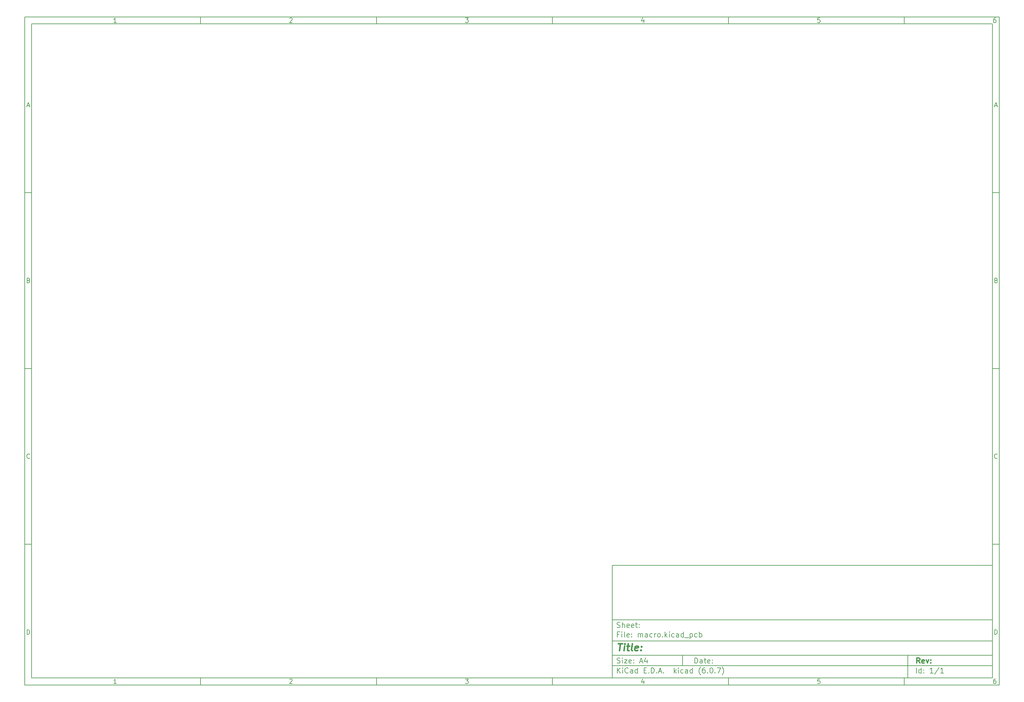
<source format=gbr>
%TF.GenerationSoftware,KiCad,Pcbnew,(6.0.7)*%
%TF.CreationDate,2022-08-16T17:25:39+02:00*%
%TF.ProjectId,macro,6d616372-6f2e-46b6-9963-61645f706362,rev?*%
%TF.SameCoordinates,Original*%
%TF.FileFunction,Paste,Bot*%
%TF.FilePolarity,Positive*%
%FSLAX46Y46*%
G04 Gerber Fmt 4.6, Leading zero omitted, Abs format (unit mm)*
G04 Created by KiCad (PCBNEW (6.0.7)) date 2022-08-16 17:25:39*
%MOMM*%
%LPD*%
G01*
G04 APERTURE LIST*
%ADD10C,0.100000*%
%ADD11C,0.150000*%
%ADD12C,0.300000*%
%ADD13C,0.400000*%
G04 APERTURE END LIST*
D10*
D11*
X177002200Y-166007200D02*
X177002200Y-198007200D01*
X285002200Y-198007200D01*
X285002200Y-166007200D01*
X177002200Y-166007200D01*
D10*
D11*
X10000000Y-10000000D02*
X10000000Y-200007200D01*
X287002200Y-200007200D01*
X287002200Y-10000000D01*
X10000000Y-10000000D01*
D10*
D11*
X12000000Y-12000000D02*
X12000000Y-198007200D01*
X285002200Y-198007200D01*
X285002200Y-12000000D01*
X12000000Y-12000000D01*
D10*
D11*
X60000000Y-12000000D02*
X60000000Y-10000000D01*
D10*
D11*
X110000000Y-12000000D02*
X110000000Y-10000000D01*
D10*
D11*
X160000000Y-12000000D02*
X160000000Y-10000000D01*
D10*
D11*
X210000000Y-12000000D02*
X210000000Y-10000000D01*
D10*
D11*
X260000000Y-12000000D02*
X260000000Y-10000000D01*
D10*
D11*
X36065476Y-11588095D02*
X35322619Y-11588095D01*
X35694047Y-11588095D02*
X35694047Y-10288095D01*
X35570238Y-10473809D01*
X35446428Y-10597619D01*
X35322619Y-10659523D01*
D10*
D11*
X85322619Y-10411904D02*
X85384523Y-10350000D01*
X85508333Y-10288095D01*
X85817857Y-10288095D01*
X85941666Y-10350000D01*
X86003571Y-10411904D01*
X86065476Y-10535714D01*
X86065476Y-10659523D01*
X86003571Y-10845238D01*
X85260714Y-11588095D01*
X86065476Y-11588095D01*
D10*
D11*
X135260714Y-10288095D02*
X136065476Y-10288095D01*
X135632142Y-10783333D01*
X135817857Y-10783333D01*
X135941666Y-10845238D01*
X136003571Y-10907142D01*
X136065476Y-11030952D01*
X136065476Y-11340476D01*
X136003571Y-11464285D01*
X135941666Y-11526190D01*
X135817857Y-11588095D01*
X135446428Y-11588095D01*
X135322619Y-11526190D01*
X135260714Y-11464285D01*
D10*
D11*
X185941666Y-10721428D02*
X185941666Y-11588095D01*
X185632142Y-10226190D02*
X185322619Y-11154761D01*
X186127380Y-11154761D01*
D10*
D11*
X236003571Y-10288095D02*
X235384523Y-10288095D01*
X235322619Y-10907142D01*
X235384523Y-10845238D01*
X235508333Y-10783333D01*
X235817857Y-10783333D01*
X235941666Y-10845238D01*
X236003571Y-10907142D01*
X236065476Y-11030952D01*
X236065476Y-11340476D01*
X236003571Y-11464285D01*
X235941666Y-11526190D01*
X235817857Y-11588095D01*
X235508333Y-11588095D01*
X235384523Y-11526190D01*
X235322619Y-11464285D01*
D10*
D11*
X285941666Y-10288095D02*
X285694047Y-10288095D01*
X285570238Y-10350000D01*
X285508333Y-10411904D01*
X285384523Y-10597619D01*
X285322619Y-10845238D01*
X285322619Y-11340476D01*
X285384523Y-11464285D01*
X285446428Y-11526190D01*
X285570238Y-11588095D01*
X285817857Y-11588095D01*
X285941666Y-11526190D01*
X286003571Y-11464285D01*
X286065476Y-11340476D01*
X286065476Y-11030952D01*
X286003571Y-10907142D01*
X285941666Y-10845238D01*
X285817857Y-10783333D01*
X285570238Y-10783333D01*
X285446428Y-10845238D01*
X285384523Y-10907142D01*
X285322619Y-11030952D01*
D10*
D11*
X60000000Y-198007200D02*
X60000000Y-200007200D01*
D10*
D11*
X110000000Y-198007200D02*
X110000000Y-200007200D01*
D10*
D11*
X160000000Y-198007200D02*
X160000000Y-200007200D01*
D10*
D11*
X210000000Y-198007200D02*
X210000000Y-200007200D01*
D10*
D11*
X260000000Y-198007200D02*
X260000000Y-200007200D01*
D10*
D11*
X36065476Y-199595295D02*
X35322619Y-199595295D01*
X35694047Y-199595295D02*
X35694047Y-198295295D01*
X35570238Y-198481009D01*
X35446428Y-198604819D01*
X35322619Y-198666723D01*
D10*
D11*
X85322619Y-198419104D02*
X85384523Y-198357200D01*
X85508333Y-198295295D01*
X85817857Y-198295295D01*
X85941666Y-198357200D01*
X86003571Y-198419104D01*
X86065476Y-198542914D01*
X86065476Y-198666723D01*
X86003571Y-198852438D01*
X85260714Y-199595295D01*
X86065476Y-199595295D01*
D10*
D11*
X135260714Y-198295295D02*
X136065476Y-198295295D01*
X135632142Y-198790533D01*
X135817857Y-198790533D01*
X135941666Y-198852438D01*
X136003571Y-198914342D01*
X136065476Y-199038152D01*
X136065476Y-199347676D01*
X136003571Y-199471485D01*
X135941666Y-199533390D01*
X135817857Y-199595295D01*
X135446428Y-199595295D01*
X135322619Y-199533390D01*
X135260714Y-199471485D01*
D10*
D11*
X185941666Y-198728628D02*
X185941666Y-199595295D01*
X185632142Y-198233390D02*
X185322619Y-199161961D01*
X186127380Y-199161961D01*
D10*
D11*
X236003571Y-198295295D02*
X235384523Y-198295295D01*
X235322619Y-198914342D01*
X235384523Y-198852438D01*
X235508333Y-198790533D01*
X235817857Y-198790533D01*
X235941666Y-198852438D01*
X236003571Y-198914342D01*
X236065476Y-199038152D01*
X236065476Y-199347676D01*
X236003571Y-199471485D01*
X235941666Y-199533390D01*
X235817857Y-199595295D01*
X235508333Y-199595295D01*
X235384523Y-199533390D01*
X235322619Y-199471485D01*
D10*
D11*
X285941666Y-198295295D02*
X285694047Y-198295295D01*
X285570238Y-198357200D01*
X285508333Y-198419104D01*
X285384523Y-198604819D01*
X285322619Y-198852438D01*
X285322619Y-199347676D01*
X285384523Y-199471485D01*
X285446428Y-199533390D01*
X285570238Y-199595295D01*
X285817857Y-199595295D01*
X285941666Y-199533390D01*
X286003571Y-199471485D01*
X286065476Y-199347676D01*
X286065476Y-199038152D01*
X286003571Y-198914342D01*
X285941666Y-198852438D01*
X285817857Y-198790533D01*
X285570238Y-198790533D01*
X285446428Y-198852438D01*
X285384523Y-198914342D01*
X285322619Y-199038152D01*
D10*
D11*
X10000000Y-60000000D02*
X12000000Y-60000000D01*
D10*
D11*
X10000000Y-110000000D02*
X12000000Y-110000000D01*
D10*
D11*
X10000000Y-160000000D02*
X12000000Y-160000000D01*
D10*
D11*
X10690476Y-35216666D02*
X11309523Y-35216666D01*
X10566666Y-35588095D02*
X11000000Y-34288095D01*
X11433333Y-35588095D01*
D10*
D11*
X11092857Y-84907142D02*
X11278571Y-84969047D01*
X11340476Y-85030952D01*
X11402380Y-85154761D01*
X11402380Y-85340476D01*
X11340476Y-85464285D01*
X11278571Y-85526190D01*
X11154761Y-85588095D01*
X10659523Y-85588095D01*
X10659523Y-84288095D01*
X11092857Y-84288095D01*
X11216666Y-84350000D01*
X11278571Y-84411904D01*
X11340476Y-84535714D01*
X11340476Y-84659523D01*
X11278571Y-84783333D01*
X11216666Y-84845238D01*
X11092857Y-84907142D01*
X10659523Y-84907142D01*
D10*
D11*
X11402380Y-135464285D02*
X11340476Y-135526190D01*
X11154761Y-135588095D01*
X11030952Y-135588095D01*
X10845238Y-135526190D01*
X10721428Y-135402380D01*
X10659523Y-135278571D01*
X10597619Y-135030952D01*
X10597619Y-134845238D01*
X10659523Y-134597619D01*
X10721428Y-134473809D01*
X10845238Y-134350000D01*
X11030952Y-134288095D01*
X11154761Y-134288095D01*
X11340476Y-134350000D01*
X11402380Y-134411904D01*
D10*
D11*
X10659523Y-185588095D02*
X10659523Y-184288095D01*
X10969047Y-184288095D01*
X11154761Y-184350000D01*
X11278571Y-184473809D01*
X11340476Y-184597619D01*
X11402380Y-184845238D01*
X11402380Y-185030952D01*
X11340476Y-185278571D01*
X11278571Y-185402380D01*
X11154761Y-185526190D01*
X10969047Y-185588095D01*
X10659523Y-185588095D01*
D10*
D11*
X287002200Y-60000000D02*
X285002200Y-60000000D01*
D10*
D11*
X287002200Y-110000000D02*
X285002200Y-110000000D01*
D10*
D11*
X287002200Y-160000000D02*
X285002200Y-160000000D01*
D10*
D11*
X285692676Y-35216666D02*
X286311723Y-35216666D01*
X285568866Y-35588095D02*
X286002200Y-34288095D01*
X286435533Y-35588095D01*
D10*
D11*
X286095057Y-84907142D02*
X286280771Y-84969047D01*
X286342676Y-85030952D01*
X286404580Y-85154761D01*
X286404580Y-85340476D01*
X286342676Y-85464285D01*
X286280771Y-85526190D01*
X286156961Y-85588095D01*
X285661723Y-85588095D01*
X285661723Y-84288095D01*
X286095057Y-84288095D01*
X286218866Y-84350000D01*
X286280771Y-84411904D01*
X286342676Y-84535714D01*
X286342676Y-84659523D01*
X286280771Y-84783333D01*
X286218866Y-84845238D01*
X286095057Y-84907142D01*
X285661723Y-84907142D01*
D10*
D11*
X286404580Y-135464285D02*
X286342676Y-135526190D01*
X286156961Y-135588095D01*
X286033152Y-135588095D01*
X285847438Y-135526190D01*
X285723628Y-135402380D01*
X285661723Y-135278571D01*
X285599819Y-135030952D01*
X285599819Y-134845238D01*
X285661723Y-134597619D01*
X285723628Y-134473809D01*
X285847438Y-134350000D01*
X286033152Y-134288095D01*
X286156961Y-134288095D01*
X286342676Y-134350000D01*
X286404580Y-134411904D01*
D10*
D11*
X285661723Y-185588095D02*
X285661723Y-184288095D01*
X285971247Y-184288095D01*
X286156961Y-184350000D01*
X286280771Y-184473809D01*
X286342676Y-184597619D01*
X286404580Y-184845238D01*
X286404580Y-185030952D01*
X286342676Y-185278571D01*
X286280771Y-185402380D01*
X286156961Y-185526190D01*
X285971247Y-185588095D01*
X285661723Y-185588095D01*
D10*
D11*
X200434342Y-193785771D02*
X200434342Y-192285771D01*
X200791485Y-192285771D01*
X201005771Y-192357200D01*
X201148628Y-192500057D01*
X201220057Y-192642914D01*
X201291485Y-192928628D01*
X201291485Y-193142914D01*
X201220057Y-193428628D01*
X201148628Y-193571485D01*
X201005771Y-193714342D01*
X200791485Y-193785771D01*
X200434342Y-193785771D01*
X202577200Y-193785771D02*
X202577200Y-193000057D01*
X202505771Y-192857200D01*
X202362914Y-192785771D01*
X202077200Y-192785771D01*
X201934342Y-192857200D01*
X202577200Y-193714342D02*
X202434342Y-193785771D01*
X202077200Y-193785771D01*
X201934342Y-193714342D01*
X201862914Y-193571485D01*
X201862914Y-193428628D01*
X201934342Y-193285771D01*
X202077200Y-193214342D01*
X202434342Y-193214342D01*
X202577200Y-193142914D01*
X203077200Y-192785771D02*
X203648628Y-192785771D01*
X203291485Y-192285771D02*
X203291485Y-193571485D01*
X203362914Y-193714342D01*
X203505771Y-193785771D01*
X203648628Y-193785771D01*
X204720057Y-193714342D02*
X204577200Y-193785771D01*
X204291485Y-193785771D01*
X204148628Y-193714342D01*
X204077200Y-193571485D01*
X204077200Y-193000057D01*
X204148628Y-192857200D01*
X204291485Y-192785771D01*
X204577200Y-192785771D01*
X204720057Y-192857200D01*
X204791485Y-193000057D01*
X204791485Y-193142914D01*
X204077200Y-193285771D01*
X205434342Y-193642914D02*
X205505771Y-193714342D01*
X205434342Y-193785771D01*
X205362914Y-193714342D01*
X205434342Y-193642914D01*
X205434342Y-193785771D01*
X205434342Y-192857200D02*
X205505771Y-192928628D01*
X205434342Y-193000057D01*
X205362914Y-192928628D01*
X205434342Y-192857200D01*
X205434342Y-193000057D01*
D10*
D11*
X177002200Y-194507200D02*
X285002200Y-194507200D01*
D10*
D11*
X178434342Y-196585771D02*
X178434342Y-195085771D01*
X179291485Y-196585771D02*
X178648628Y-195728628D01*
X179291485Y-195085771D02*
X178434342Y-195942914D01*
X179934342Y-196585771D02*
X179934342Y-195585771D01*
X179934342Y-195085771D02*
X179862914Y-195157200D01*
X179934342Y-195228628D01*
X180005771Y-195157200D01*
X179934342Y-195085771D01*
X179934342Y-195228628D01*
X181505771Y-196442914D02*
X181434342Y-196514342D01*
X181220057Y-196585771D01*
X181077200Y-196585771D01*
X180862914Y-196514342D01*
X180720057Y-196371485D01*
X180648628Y-196228628D01*
X180577200Y-195942914D01*
X180577200Y-195728628D01*
X180648628Y-195442914D01*
X180720057Y-195300057D01*
X180862914Y-195157200D01*
X181077200Y-195085771D01*
X181220057Y-195085771D01*
X181434342Y-195157200D01*
X181505771Y-195228628D01*
X182791485Y-196585771D02*
X182791485Y-195800057D01*
X182720057Y-195657200D01*
X182577200Y-195585771D01*
X182291485Y-195585771D01*
X182148628Y-195657200D01*
X182791485Y-196514342D02*
X182648628Y-196585771D01*
X182291485Y-196585771D01*
X182148628Y-196514342D01*
X182077200Y-196371485D01*
X182077200Y-196228628D01*
X182148628Y-196085771D01*
X182291485Y-196014342D01*
X182648628Y-196014342D01*
X182791485Y-195942914D01*
X184148628Y-196585771D02*
X184148628Y-195085771D01*
X184148628Y-196514342D02*
X184005771Y-196585771D01*
X183720057Y-196585771D01*
X183577200Y-196514342D01*
X183505771Y-196442914D01*
X183434342Y-196300057D01*
X183434342Y-195871485D01*
X183505771Y-195728628D01*
X183577200Y-195657200D01*
X183720057Y-195585771D01*
X184005771Y-195585771D01*
X184148628Y-195657200D01*
X186005771Y-195800057D02*
X186505771Y-195800057D01*
X186720057Y-196585771D02*
X186005771Y-196585771D01*
X186005771Y-195085771D01*
X186720057Y-195085771D01*
X187362914Y-196442914D02*
X187434342Y-196514342D01*
X187362914Y-196585771D01*
X187291485Y-196514342D01*
X187362914Y-196442914D01*
X187362914Y-196585771D01*
X188077200Y-196585771D02*
X188077200Y-195085771D01*
X188434342Y-195085771D01*
X188648628Y-195157200D01*
X188791485Y-195300057D01*
X188862914Y-195442914D01*
X188934342Y-195728628D01*
X188934342Y-195942914D01*
X188862914Y-196228628D01*
X188791485Y-196371485D01*
X188648628Y-196514342D01*
X188434342Y-196585771D01*
X188077200Y-196585771D01*
X189577200Y-196442914D02*
X189648628Y-196514342D01*
X189577200Y-196585771D01*
X189505771Y-196514342D01*
X189577200Y-196442914D01*
X189577200Y-196585771D01*
X190220057Y-196157200D02*
X190934342Y-196157200D01*
X190077200Y-196585771D02*
X190577200Y-195085771D01*
X191077200Y-196585771D01*
X191577200Y-196442914D02*
X191648628Y-196514342D01*
X191577200Y-196585771D01*
X191505771Y-196514342D01*
X191577200Y-196442914D01*
X191577200Y-196585771D01*
X194577200Y-196585771D02*
X194577200Y-195085771D01*
X194720057Y-196014342D02*
X195148628Y-196585771D01*
X195148628Y-195585771D02*
X194577200Y-196157200D01*
X195791485Y-196585771D02*
X195791485Y-195585771D01*
X195791485Y-195085771D02*
X195720057Y-195157200D01*
X195791485Y-195228628D01*
X195862914Y-195157200D01*
X195791485Y-195085771D01*
X195791485Y-195228628D01*
X197148628Y-196514342D02*
X197005771Y-196585771D01*
X196720057Y-196585771D01*
X196577200Y-196514342D01*
X196505771Y-196442914D01*
X196434342Y-196300057D01*
X196434342Y-195871485D01*
X196505771Y-195728628D01*
X196577200Y-195657200D01*
X196720057Y-195585771D01*
X197005771Y-195585771D01*
X197148628Y-195657200D01*
X198434342Y-196585771D02*
X198434342Y-195800057D01*
X198362914Y-195657200D01*
X198220057Y-195585771D01*
X197934342Y-195585771D01*
X197791485Y-195657200D01*
X198434342Y-196514342D02*
X198291485Y-196585771D01*
X197934342Y-196585771D01*
X197791485Y-196514342D01*
X197720057Y-196371485D01*
X197720057Y-196228628D01*
X197791485Y-196085771D01*
X197934342Y-196014342D01*
X198291485Y-196014342D01*
X198434342Y-195942914D01*
X199791485Y-196585771D02*
X199791485Y-195085771D01*
X199791485Y-196514342D02*
X199648628Y-196585771D01*
X199362914Y-196585771D01*
X199220057Y-196514342D01*
X199148628Y-196442914D01*
X199077200Y-196300057D01*
X199077200Y-195871485D01*
X199148628Y-195728628D01*
X199220057Y-195657200D01*
X199362914Y-195585771D01*
X199648628Y-195585771D01*
X199791485Y-195657200D01*
X202077200Y-197157200D02*
X202005771Y-197085771D01*
X201862914Y-196871485D01*
X201791485Y-196728628D01*
X201720057Y-196514342D01*
X201648628Y-196157200D01*
X201648628Y-195871485D01*
X201720057Y-195514342D01*
X201791485Y-195300057D01*
X201862914Y-195157200D01*
X202005771Y-194942914D01*
X202077200Y-194871485D01*
X203291485Y-195085771D02*
X203005771Y-195085771D01*
X202862914Y-195157200D01*
X202791485Y-195228628D01*
X202648628Y-195442914D01*
X202577200Y-195728628D01*
X202577200Y-196300057D01*
X202648628Y-196442914D01*
X202720057Y-196514342D01*
X202862914Y-196585771D01*
X203148628Y-196585771D01*
X203291485Y-196514342D01*
X203362914Y-196442914D01*
X203434342Y-196300057D01*
X203434342Y-195942914D01*
X203362914Y-195800057D01*
X203291485Y-195728628D01*
X203148628Y-195657200D01*
X202862914Y-195657200D01*
X202720057Y-195728628D01*
X202648628Y-195800057D01*
X202577200Y-195942914D01*
X204077200Y-196442914D02*
X204148628Y-196514342D01*
X204077200Y-196585771D01*
X204005771Y-196514342D01*
X204077200Y-196442914D01*
X204077200Y-196585771D01*
X205077200Y-195085771D02*
X205220057Y-195085771D01*
X205362914Y-195157200D01*
X205434342Y-195228628D01*
X205505771Y-195371485D01*
X205577200Y-195657200D01*
X205577200Y-196014342D01*
X205505771Y-196300057D01*
X205434342Y-196442914D01*
X205362914Y-196514342D01*
X205220057Y-196585771D01*
X205077200Y-196585771D01*
X204934342Y-196514342D01*
X204862914Y-196442914D01*
X204791485Y-196300057D01*
X204720057Y-196014342D01*
X204720057Y-195657200D01*
X204791485Y-195371485D01*
X204862914Y-195228628D01*
X204934342Y-195157200D01*
X205077200Y-195085771D01*
X206220057Y-196442914D02*
X206291485Y-196514342D01*
X206220057Y-196585771D01*
X206148628Y-196514342D01*
X206220057Y-196442914D01*
X206220057Y-196585771D01*
X206791485Y-195085771D02*
X207791485Y-195085771D01*
X207148628Y-196585771D01*
X208220057Y-197157200D02*
X208291485Y-197085771D01*
X208434342Y-196871485D01*
X208505771Y-196728628D01*
X208577200Y-196514342D01*
X208648628Y-196157200D01*
X208648628Y-195871485D01*
X208577200Y-195514342D01*
X208505771Y-195300057D01*
X208434342Y-195157200D01*
X208291485Y-194942914D01*
X208220057Y-194871485D01*
D10*
D11*
X177002200Y-191507200D02*
X285002200Y-191507200D01*
D10*
D12*
X264411485Y-193785771D02*
X263911485Y-193071485D01*
X263554342Y-193785771D02*
X263554342Y-192285771D01*
X264125771Y-192285771D01*
X264268628Y-192357200D01*
X264340057Y-192428628D01*
X264411485Y-192571485D01*
X264411485Y-192785771D01*
X264340057Y-192928628D01*
X264268628Y-193000057D01*
X264125771Y-193071485D01*
X263554342Y-193071485D01*
X265625771Y-193714342D02*
X265482914Y-193785771D01*
X265197200Y-193785771D01*
X265054342Y-193714342D01*
X264982914Y-193571485D01*
X264982914Y-193000057D01*
X265054342Y-192857200D01*
X265197200Y-192785771D01*
X265482914Y-192785771D01*
X265625771Y-192857200D01*
X265697200Y-193000057D01*
X265697200Y-193142914D01*
X264982914Y-193285771D01*
X266197200Y-192785771D02*
X266554342Y-193785771D01*
X266911485Y-192785771D01*
X267482914Y-193642914D02*
X267554342Y-193714342D01*
X267482914Y-193785771D01*
X267411485Y-193714342D01*
X267482914Y-193642914D01*
X267482914Y-193785771D01*
X267482914Y-192857200D02*
X267554342Y-192928628D01*
X267482914Y-193000057D01*
X267411485Y-192928628D01*
X267482914Y-192857200D01*
X267482914Y-193000057D01*
D10*
D11*
X178362914Y-193714342D02*
X178577200Y-193785771D01*
X178934342Y-193785771D01*
X179077200Y-193714342D01*
X179148628Y-193642914D01*
X179220057Y-193500057D01*
X179220057Y-193357200D01*
X179148628Y-193214342D01*
X179077200Y-193142914D01*
X178934342Y-193071485D01*
X178648628Y-193000057D01*
X178505771Y-192928628D01*
X178434342Y-192857200D01*
X178362914Y-192714342D01*
X178362914Y-192571485D01*
X178434342Y-192428628D01*
X178505771Y-192357200D01*
X178648628Y-192285771D01*
X179005771Y-192285771D01*
X179220057Y-192357200D01*
X179862914Y-193785771D02*
X179862914Y-192785771D01*
X179862914Y-192285771D02*
X179791485Y-192357200D01*
X179862914Y-192428628D01*
X179934342Y-192357200D01*
X179862914Y-192285771D01*
X179862914Y-192428628D01*
X180434342Y-192785771D02*
X181220057Y-192785771D01*
X180434342Y-193785771D01*
X181220057Y-193785771D01*
X182362914Y-193714342D02*
X182220057Y-193785771D01*
X181934342Y-193785771D01*
X181791485Y-193714342D01*
X181720057Y-193571485D01*
X181720057Y-193000057D01*
X181791485Y-192857200D01*
X181934342Y-192785771D01*
X182220057Y-192785771D01*
X182362914Y-192857200D01*
X182434342Y-193000057D01*
X182434342Y-193142914D01*
X181720057Y-193285771D01*
X183077200Y-193642914D02*
X183148628Y-193714342D01*
X183077200Y-193785771D01*
X183005771Y-193714342D01*
X183077200Y-193642914D01*
X183077200Y-193785771D01*
X183077200Y-192857200D02*
X183148628Y-192928628D01*
X183077200Y-193000057D01*
X183005771Y-192928628D01*
X183077200Y-192857200D01*
X183077200Y-193000057D01*
X184862914Y-193357200D02*
X185577200Y-193357200D01*
X184720057Y-193785771D02*
X185220057Y-192285771D01*
X185720057Y-193785771D01*
X186862914Y-192785771D02*
X186862914Y-193785771D01*
X186505771Y-192214342D02*
X186148628Y-193285771D01*
X187077200Y-193285771D01*
D10*
D11*
X263434342Y-196585771D02*
X263434342Y-195085771D01*
X264791485Y-196585771D02*
X264791485Y-195085771D01*
X264791485Y-196514342D02*
X264648628Y-196585771D01*
X264362914Y-196585771D01*
X264220057Y-196514342D01*
X264148628Y-196442914D01*
X264077200Y-196300057D01*
X264077200Y-195871485D01*
X264148628Y-195728628D01*
X264220057Y-195657200D01*
X264362914Y-195585771D01*
X264648628Y-195585771D01*
X264791485Y-195657200D01*
X265505771Y-196442914D02*
X265577200Y-196514342D01*
X265505771Y-196585771D01*
X265434342Y-196514342D01*
X265505771Y-196442914D01*
X265505771Y-196585771D01*
X265505771Y-195657200D02*
X265577200Y-195728628D01*
X265505771Y-195800057D01*
X265434342Y-195728628D01*
X265505771Y-195657200D01*
X265505771Y-195800057D01*
X268148628Y-196585771D02*
X267291485Y-196585771D01*
X267720057Y-196585771D02*
X267720057Y-195085771D01*
X267577200Y-195300057D01*
X267434342Y-195442914D01*
X267291485Y-195514342D01*
X269862914Y-195014342D02*
X268577200Y-196942914D01*
X271148628Y-196585771D02*
X270291485Y-196585771D01*
X270720057Y-196585771D02*
X270720057Y-195085771D01*
X270577200Y-195300057D01*
X270434342Y-195442914D01*
X270291485Y-195514342D01*
D10*
D11*
X177002200Y-187507200D02*
X285002200Y-187507200D01*
D10*
D13*
X178714580Y-188211961D02*
X179857438Y-188211961D01*
X179036009Y-190211961D02*
X179286009Y-188211961D01*
X180274104Y-190211961D02*
X180440771Y-188878628D01*
X180524104Y-188211961D02*
X180416961Y-188307200D01*
X180500295Y-188402438D01*
X180607438Y-188307200D01*
X180524104Y-188211961D01*
X180500295Y-188402438D01*
X181107438Y-188878628D02*
X181869342Y-188878628D01*
X181476485Y-188211961D02*
X181262200Y-189926247D01*
X181333628Y-190116723D01*
X181512200Y-190211961D01*
X181702676Y-190211961D01*
X182655057Y-190211961D02*
X182476485Y-190116723D01*
X182405057Y-189926247D01*
X182619342Y-188211961D01*
X184190771Y-190116723D02*
X183988390Y-190211961D01*
X183607438Y-190211961D01*
X183428866Y-190116723D01*
X183357438Y-189926247D01*
X183452676Y-189164342D01*
X183571723Y-188973866D01*
X183774104Y-188878628D01*
X184155057Y-188878628D01*
X184333628Y-188973866D01*
X184405057Y-189164342D01*
X184381247Y-189354819D01*
X183405057Y-189545295D01*
X185155057Y-190021485D02*
X185238390Y-190116723D01*
X185131247Y-190211961D01*
X185047914Y-190116723D01*
X185155057Y-190021485D01*
X185131247Y-190211961D01*
X185286009Y-188973866D02*
X185369342Y-189069104D01*
X185262200Y-189164342D01*
X185178866Y-189069104D01*
X185286009Y-188973866D01*
X185262200Y-189164342D01*
D10*
D11*
X178934342Y-185600057D02*
X178434342Y-185600057D01*
X178434342Y-186385771D02*
X178434342Y-184885771D01*
X179148628Y-184885771D01*
X179720057Y-186385771D02*
X179720057Y-185385771D01*
X179720057Y-184885771D02*
X179648628Y-184957200D01*
X179720057Y-185028628D01*
X179791485Y-184957200D01*
X179720057Y-184885771D01*
X179720057Y-185028628D01*
X180648628Y-186385771D02*
X180505771Y-186314342D01*
X180434342Y-186171485D01*
X180434342Y-184885771D01*
X181791485Y-186314342D02*
X181648628Y-186385771D01*
X181362914Y-186385771D01*
X181220057Y-186314342D01*
X181148628Y-186171485D01*
X181148628Y-185600057D01*
X181220057Y-185457200D01*
X181362914Y-185385771D01*
X181648628Y-185385771D01*
X181791485Y-185457200D01*
X181862914Y-185600057D01*
X181862914Y-185742914D01*
X181148628Y-185885771D01*
X182505771Y-186242914D02*
X182577200Y-186314342D01*
X182505771Y-186385771D01*
X182434342Y-186314342D01*
X182505771Y-186242914D01*
X182505771Y-186385771D01*
X182505771Y-185457200D02*
X182577200Y-185528628D01*
X182505771Y-185600057D01*
X182434342Y-185528628D01*
X182505771Y-185457200D01*
X182505771Y-185600057D01*
X184362914Y-186385771D02*
X184362914Y-185385771D01*
X184362914Y-185528628D02*
X184434342Y-185457200D01*
X184577200Y-185385771D01*
X184791485Y-185385771D01*
X184934342Y-185457200D01*
X185005771Y-185600057D01*
X185005771Y-186385771D01*
X185005771Y-185600057D02*
X185077200Y-185457200D01*
X185220057Y-185385771D01*
X185434342Y-185385771D01*
X185577200Y-185457200D01*
X185648628Y-185600057D01*
X185648628Y-186385771D01*
X187005771Y-186385771D02*
X187005771Y-185600057D01*
X186934342Y-185457200D01*
X186791485Y-185385771D01*
X186505771Y-185385771D01*
X186362914Y-185457200D01*
X187005771Y-186314342D02*
X186862914Y-186385771D01*
X186505771Y-186385771D01*
X186362914Y-186314342D01*
X186291485Y-186171485D01*
X186291485Y-186028628D01*
X186362914Y-185885771D01*
X186505771Y-185814342D01*
X186862914Y-185814342D01*
X187005771Y-185742914D01*
X188362914Y-186314342D02*
X188220057Y-186385771D01*
X187934342Y-186385771D01*
X187791485Y-186314342D01*
X187720057Y-186242914D01*
X187648628Y-186100057D01*
X187648628Y-185671485D01*
X187720057Y-185528628D01*
X187791485Y-185457200D01*
X187934342Y-185385771D01*
X188220057Y-185385771D01*
X188362914Y-185457200D01*
X189005771Y-186385771D02*
X189005771Y-185385771D01*
X189005771Y-185671485D02*
X189077200Y-185528628D01*
X189148628Y-185457200D01*
X189291485Y-185385771D01*
X189434342Y-185385771D01*
X190148628Y-186385771D02*
X190005771Y-186314342D01*
X189934342Y-186242914D01*
X189862914Y-186100057D01*
X189862914Y-185671485D01*
X189934342Y-185528628D01*
X190005771Y-185457200D01*
X190148628Y-185385771D01*
X190362914Y-185385771D01*
X190505771Y-185457200D01*
X190577200Y-185528628D01*
X190648628Y-185671485D01*
X190648628Y-186100057D01*
X190577200Y-186242914D01*
X190505771Y-186314342D01*
X190362914Y-186385771D01*
X190148628Y-186385771D01*
X191291485Y-186242914D02*
X191362914Y-186314342D01*
X191291485Y-186385771D01*
X191220057Y-186314342D01*
X191291485Y-186242914D01*
X191291485Y-186385771D01*
X192005771Y-186385771D02*
X192005771Y-184885771D01*
X192148628Y-185814342D02*
X192577200Y-186385771D01*
X192577200Y-185385771D02*
X192005771Y-185957200D01*
X193220057Y-186385771D02*
X193220057Y-185385771D01*
X193220057Y-184885771D02*
X193148628Y-184957200D01*
X193220057Y-185028628D01*
X193291485Y-184957200D01*
X193220057Y-184885771D01*
X193220057Y-185028628D01*
X194577200Y-186314342D02*
X194434342Y-186385771D01*
X194148628Y-186385771D01*
X194005771Y-186314342D01*
X193934342Y-186242914D01*
X193862914Y-186100057D01*
X193862914Y-185671485D01*
X193934342Y-185528628D01*
X194005771Y-185457200D01*
X194148628Y-185385771D01*
X194434342Y-185385771D01*
X194577200Y-185457200D01*
X195862914Y-186385771D02*
X195862914Y-185600057D01*
X195791485Y-185457200D01*
X195648628Y-185385771D01*
X195362914Y-185385771D01*
X195220057Y-185457200D01*
X195862914Y-186314342D02*
X195720057Y-186385771D01*
X195362914Y-186385771D01*
X195220057Y-186314342D01*
X195148628Y-186171485D01*
X195148628Y-186028628D01*
X195220057Y-185885771D01*
X195362914Y-185814342D01*
X195720057Y-185814342D01*
X195862914Y-185742914D01*
X197220057Y-186385771D02*
X197220057Y-184885771D01*
X197220057Y-186314342D02*
X197077200Y-186385771D01*
X196791485Y-186385771D01*
X196648628Y-186314342D01*
X196577200Y-186242914D01*
X196505771Y-186100057D01*
X196505771Y-185671485D01*
X196577200Y-185528628D01*
X196648628Y-185457200D01*
X196791485Y-185385771D01*
X197077200Y-185385771D01*
X197220057Y-185457200D01*
X197577200Y-186528628D02*
X198720057Y-186528628D01*
X199077200Y-185385771D02*
X199077200Y-186885771D01*
X199077200Y-185457200D02*
X199220057Y-185385771D01*
X199505771Y-185385771D01*
X199648628Y-185457200D01*
X199720057Y-185528628D01*
X199791485Y-185671485D01*
X199791485Y-186100057D01*
X199720057Y-186242914D01*
X199648628Y-186314342D01*
X199505771Y-186385771D01*
X199220057Y-186385771D01*
X199077200Y-186314342D01*
X201077200Y-186314342D02*
X200934342Y-186385771D01*
X200648628Y-186385771D01*
X200505771Y-186314342D01*
X200434342Y-186242914D01*
X200362914Y-186100057D01*
X200362914Y-185671485D01*
X200434342Y-185528628D01*
X200505771Y-185457200D01*
X200648628Y-185385771D01*
X200934342Y-185385771D01*
X201077200Y-185457200D01*
X201720057Y-186385771D02*
X201720057Y-184885771D01*
X201720057Y-185457200D02*
X201862914Y-185385771D01*
X202148628Y-185385771D01*
X202291485Y-185457200D01*
X202362914Y-185528628D01*
X202434342Y-185671485D01*
X202434342Y-186100057D01*
X202362914Y-186242914D01*
X202291485Y-186314342D01*
X202148628Y-186385771D01*
X201862914Y-186385771D01*
X201720057Y-186314342D01*
D10*
D11*
X177002200Y-181507200D02*
X285002200Y-181507200D01*
D10*
D11*
X178362914Y-183614342D02*
X178577200Y-183685771D01*
X178934342Y-183685771D01*
X179077200Y-183614342D01*
X179148628Y-183542914D01*
X179220057Y-183400057D01*
X179220057Y-183257200D01*
X179148628Y-183114342D01*
X179077200Y-183042914D01*
X178934342Y-182971485D01*
X178648628Y-182900057D01*
X178505771Y-182828628D01*
X178434342Y-182757200D01*
X178362914Y-182614342D01*
X178362914Y-182471485D01*
X178434342Y-182328628D01*
X178505771Y-182257200D01*
X178648628Y-182185771D01*
X179005771Y-182185771D01*
X179220057Y-182257200D01*
X179862914Y-183685771D02*
X179862914Y-182185771D01*
X180505771Y-183685771D02*
X180505771Y-182900057D01*
X180434342Y-182757200D01*
X180291485Y-182685771D01*
X180077200Y-182685771D01*
X179934342Y-182757200D01*
X179862914Y-182828628D01*
X181791485Y-183614342D02*
X181648628Y-183685771D01*
X181362914Y-183685771D01*
X181220057Y-183614342D01*
X181148628Y-183471485D01*
X181148628Y-182900057D01*
X181220057Y-182757200D01*
X181362914Y-182685771D01*
X181648628Y-182685771D01*
X181791485Y-182757200D01*
X181862914Y-182900057D01*
X181862914Y-183042914D01*
X181148628Y-183185771D01*
X183077200Y-183614342D02*
X182934342Y-183685771D01*
X182648628Y-183685771D01*
X182505771Y-183614342D01*
X182434342Y-183471485D01*
X182434342Y-182900057D01*
X182505771Y-182757200D01*
X182648628Y-182685771D01*
X182934342Y-182685771D01*
X183077200Y-182757200D01*
X183148628Y-182900057D01*
X183148628Y-183042914D01*
X182434342Y-183185771D01*
X183577200Y-182685771D02*
X184148628Y-182685771D01*
X183791485Y-182185771D02*
X183791485Y-183471485D01*
X183862914Y-183614342D01*
X184005771Y-183685771D01*
X184148628Y-183685771D01*
X184648628Y-183542914D02*
X184720057Y-183614342D01*
X184648628Y-183685771D01*
X184577200Y-183614342D01*
X184648628Y-183542914D01*
X184648628Y-183685771D01*
X184648628Y-182757200D02*
X184720057Y-182828628D01*
X184648628Y-182900057D01*
X184577200Y-182828628D01*
X184648628Y-182757200D01*
X184648628Y-182900057D01*
D10*
D12*
D10*
D11*
D10*
D11*
D10*
D11*
D10*
D11*
D10*
D11*
X197002200Y-191507200D02*
X197002200Y-194507200D01*
D10*
D11*
X261002200Y-191507200D02*
X261002200Y-198007200D01*
M02*

</source>
